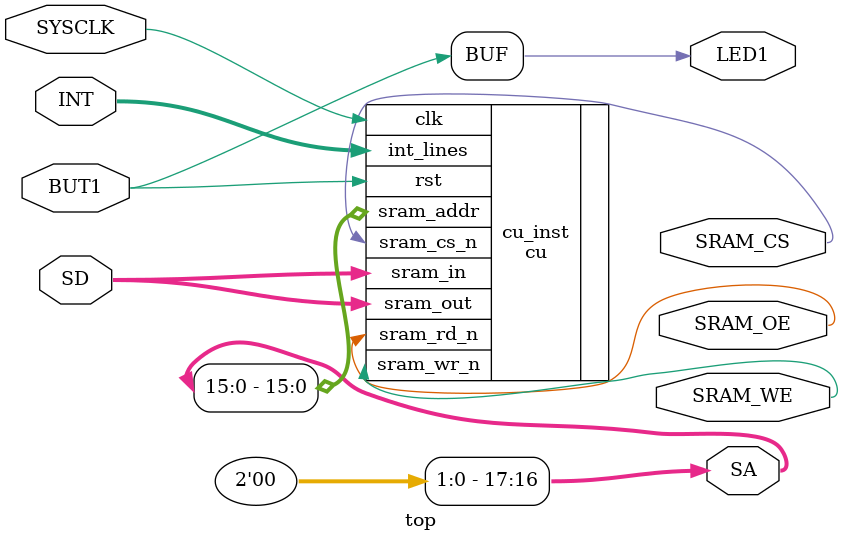
<source format=v>
`default_nettype none

module top(
    input wire SYSCLK,
    input wire BUT1,
    output wire LED1,

    output SRAM_CS, // inverted
    output SRAM_OE, // inverted
    output SRAM_WE, // inverted
    output [17:0] SA,
    inout  [15:0] SD,

    input  [3:0] INT
);
    cu cu_inst(
        .clk(SYSCLK),
        .rst(BUT1),

        .sram_cs_n(SRAM_CS),
        .sram_rd_n(SRAM_OE),
        .sram_wr_n(SRAM_WE),
        .sram_addr(SA[15:0]),
        .sram_in(SD),
        .sram_out(SD),

        .int_lines(INT)
    );

    assign SA[17:16] = 2'b0;
    assign LED1 = BUT1;

endmodule

</source>
